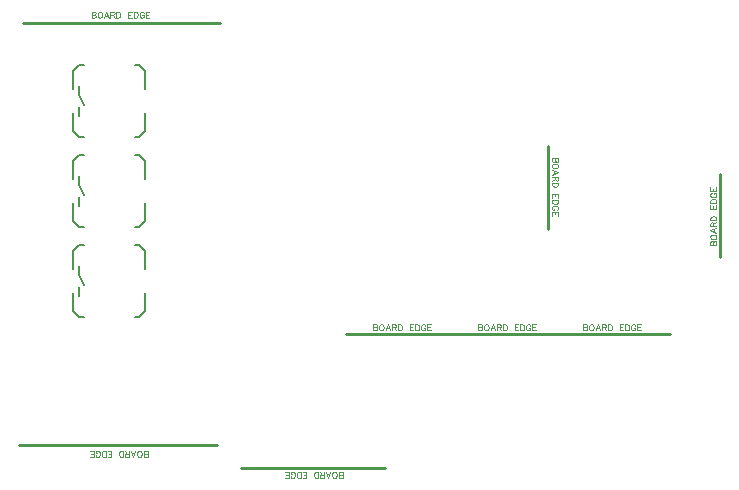
<source format=gbr>
G04 DipTrace 2.4.0.2*
%INTopAssy.gbr*%
%MOIN*%
%ADD10C,0.0098*%
%ADD12C,0.003*%
%ADD27C,0.008*%
%FSLAX44Y44*%
G04*
G70*
G90*
G75*
G01*
%LNTopAssy*%
%LPD*%
X19231Y8342D2*
D10*
X12649D1*
X12774Y22413D2*
X19356D1*
X30546Y12038D2*
X34334D1*
X27046D2*
X30834D1*
X23546D2*
X27334D1*
X24834Y7592D2*
X20046D1*
X36028Y14608D2*
Y17396D1*
X16860Y20230D2*
D27*
Y20830D1*
X16660Y21030D1*
Y18630D2*
X16860Y18830D1*
Y19430D1*
X14660Y21030D2*
X14460Y20830D1*
Y20230D1*
X14660Y18630D2*
X14460Y18830D1*
Y19430D1*
X16660Y18630D2*
X16510D1*
X14660D2*
X14810D1*
X14660Y21030D2*
X14810D1*
X16660D2*
X16510D1*
X14660Y20330D2*
Y20030D1*
Y19630D2*
Y19330D1*
Y20030D2*
X14810Y19680D1*
X16860Y17230D2*
Y17830D1*
X16660Y18030D1*
Y15630D2*
X16860Y15830D1*
Y16430D1*
X14660Y18030D2*
X14460Y17830D1*
Y17230D1*
X14660Y15630D2*
X14460Y15830D1*
Y16430D1*
X16660Y15630D2*
X16510D1*
X14660D2*
X14810D1*
X14660Y18030D2*
X14810D1*
X16660D2*
X16510D1*
X14660Y17330D2*
Y17030D1*
Y16630D2*
Y16330D1*
Y17030D2*
X14810Y16680D1*
X16860Y14230D2*
Y14830D1*
X16660Y15030D1*
Y12630D2*
X16860Y12830D1*
Y13430D1*
X14660Y15030D2*
X14460Y14830D1*
Y14230D1*
X14660Y12630D2*
X14460Y12830D1*
Y13430D1*
X16660Y12630D2*
X16510D1*
X14660D2*
X14810D1*
X14660Y15030D2*
X14810D1*
X16660D2*
X16510D1*
X14660Y14330D2*
Y14030D1*
Y13630D2*
Y13330D1*
Y14030D2*
X14810Y13680D1*
X30286Y18333D2*
D10*
Y15546D1*
X16934Y7959D2*
D12*
Y8160D1*
X16848D1*
X16819Y8150D1*
X16810Y8140D1*
X16800Y8121D1*
Y8093D1*
X16810Y8073D1*
X16819Y8064D1*
X16848Y8054D1*
X16819Y8045D1*
X16810Y8035D1*
X16800Y8016D1*
Y7997D1*
X16810Y7978D1*
X16819Y7968D1*
X16848Y7959D1*
X16934D1*
Y8054D2*
X16848D1*
X16681Y7959D2*
X16700Y7968D1*
X16719Y7987D1*
X16729Y8006D1*
X16739Y8035D1*
Y8083D1*
X16729Y8112D1*
X16719Y8131D1*
X16700Y8150D1*
X16681Y8160D1*
X16643D1*
X16624Y8150D1*
X16605Y8131D1*
X16595Y8112D1*
X16586Y8083D1*
Y8035D1*
X16595Y8006D1*
X16605Y7987D1*
X16624Y7968D1*
X16643Y7959D1*
X16681D1*
X16371Y8160D2*
X16447Y7959D1*
X16524Y8160D1*
X16495Y8093D2*
X16399D1*
X16309Y8054D2*
X16223D1*
X16194Y8045D1*
X16184Y8035D1*
X16175Y8016D1*
Y7997D1*
X16184Y7978D1*
X16194Y7968D1*
X16223Y7959D1*
X16309D1*
Y8160D1*
X16242Y8054D2*
X16175Y8160D1*
X16113Y7959D2*
Y8160D1*
X16046D1*
X16017Y8150D1*
X15998Y8131D1*
X15989Y8112D1*
X15979Y8083D1*
Y8035D1*
X15989Y8006D1*
X15998Y7987D1*
X16017Y7968D1*
X16046Y7959D1*
X16113D1*
X15599D2*
X15723D1*
Y8160D1*
X15599D1*
X15723Y8054D2*
X15647D1*
X15537Y7959D2*
Y8160D1*
X15470D1*
X15441Y8150D1*
X15422Y8131D1*
X15413Y8112D1*
X15403Y8083D1*
Y8035D1*
X15413Y8006D1*
X15422Y7987D1*
X15441Y7968D1*
X15470Y7959D1*
X15537D1*
X15198Y8006D2*
X15207Y7987D1*
X15227Y7968D1*
X15246Y7959D1*
X15284D1*
X15303Y7968D1*
X15322Y7987D1*
X15332Y8006D1*
X15341Y8035D1*
Y8083D1*
X15332Y8112D1*
X15322Y8131D1*
X15303Y8150D1*
X15284Y8160D1*
X15246D1*
X15227Y8150D1*
X15207Y8131D1*
X15198Y8112D1*
Y8083D1*
X15246D1*
X15012Y7959D2*
X15136D1*
Y8160D1*
X15012D1*
X15136Y8054D2*
X15060D1*
X15071Y22796D2*
Y22595D1*
X15157D1*
X15186Y22605D1*
X15195Y22615D1*
X15205Y22634D1*
Y22662D1*
X15195Y22682D1*
X15186Y22691D1*
X15157Y22701D1*
X15186Y22710D1*
X15195Y22720D1*
X15205Y22739D1*
Y22758D1*
X15195Y22777D1*
X15186Y22787D1*
X15157Y22796D1*
X15071D1*
Y22701D2*
X15157D1*
X15324Y22796D2*
X15305Y22787D1*
X15286Y22768D1*
X15276Y22749D1*
X15266Y22720D1*
Y22672D1*
X15276Y22643D1*
X15286Y22624D1*
X15305Y22605D1*
X15324Y22595D1*
X15362D1*
X15381Y22605D1*
X15400Y22624D1*
X15410Y22643D1*
X15419Y22672D1*
Y22720D1*
X15410Y22749D1*
X15400Y22768D1*
X15381Y22787D1*
X15362Y22796D1*
X15324D1*
X15634Y22595D2*
X15558Y22796D1*
X15481Y22595D1*
X15510Y22662D2*
X15606D1*
X15696Y22701D2*
X15782D1*
X15811Y22710D1*
X15821Y22720D1*
X15830Y22739D1*
Y22758D1*
X15821Y22777D1*
X15811Y22787D1*
X15782Y22796D1*
X15696D1*
Y22595D1*
X15763Y22701D2*
X15830Y22595D1*
X15892Y22796D2*
Y22595D1*
X15959D1*
X15988Y22605D1*
X16007Y22624D1*
X16016Y22643D1*
X16026Y22672D1*
Y22720D1*
X16016Y22749D1*
X16007Y22768D1*
X15988Y22787D1*
X15959Y22796D1*
X15892D1*
X16406D2*
X16282D1*
Y22595D1*
X16406D1*
X16282Y22701D2*
X16358D1*
X16468Y22796D2*
Y22595D1*
X16535D1*
X16564Y22605D1*
X16583Y22624D1*
X16592Y22643D1*
X16602Y22672D1*
Y22720D1*
X16592Y22749D1*
X16583Y22768D1*
X16564Y22787D1*
X16535Y22796D1*
X16468D1*
X16807Y22749D2*
X16798Y22768D1*
X16778Y22787D1*
X16759Y22796D1*
X16721D1*
X16702Y22787D1*
X16683Y22768D1*
X16673Y22749D1*
X16664Y22720D1*
Y22672D1*
X16673Y22643D1*
X16683Y22624D1*
X16702Y22605D1*
X16721Y22595D1*
X16759D1*
X16778Y22605D1*
X16798Y22624D1*
X16807Y22643D1*
Y22672D1*
X16759D1*
X16993Y22796D2*
X16869D1*
Y22595D1*
X16993D1*
X16869Y22701D2*
X16945D1*
X31456Y12372D2*
Y12171D1*
X31542D1*
X31571Y12181D1*
X31580Y12190D1*
X31590Y12209D1*
Y12238D1*
X31580Y12257D1*
X31571Y12267D1*
X31542Y12276D1*
X31571Y12286D1*
X31580Y12296D1*
X31590Y12315D1*
Y12334D1*
X31580Y12353D1*
X31571Y12363D1*
X31542Y12372D1*
X31456D1*
Y12276D2*
X31542D1*
X31709Y12372D2*
X31690Y12363D1*
X31671Y12343D1*
X31661Y12324D1*
X31651Y12296D1*
Y12248D1*
X31661Y12219D1*
X31671Y12200D1*
X31690Y12181D1*
X31709Y12171D1*
X31747D1*
X31766Y12181D1*
X31785Y12200D1*
X31795Y12219D1*
X31804Y12248D1*
Y12296D1*
X31795Y12324D1*
X31785Y12343D1*
X31766Y12363D1*
X31747Y12372D1*
X31709D1*
X32019Y12171D2*
X31943Y12372D1*
X31866Y12171D1*
X31895Y12238D2*
X31991D1*
X32081Y12276D2*
X32167D1*
X32196Y12286D1*
X32205Y12296D1*
X32215Y12315D1*
Y12334D1*
X32205Y12353D1*
X32196Y12363D1*
X32167Y12372D1*
X32081D1*
Y12171D1*
X32148Y12276D2*
X32215Y12171D1*
X32277Y12372D2*
Y12171D1*
X32344D1*
X32372Y12181D1*
X32392Y12200D1*
X32401Y12219D1*
X32411Y12248D1*
Y12296D1*
X32401Y12324D1*
X32392Y12343D1*
X32372Y12363D1*
X32344Y12372D1*
X32277D1*
X32791D2*
X32667D1*
Y12171D1*
X32791D1*
X32667Y12276D2*
X32743D1*
X32853Y12372D2*
Y12171D1*
X32920D1*
X32949Y12181D1*
X32968Y12200D1*
X32977Y12219D1*
X32987Y12248D1*
Y12296D1*
X32977Y12324D1*
X32968Y12343D1*
X32949Y12363D1*
X32920Y12372D1*
X32853D1*
X33192Y12324D2*
X33183Y12343D1*
X33163Y12363D1*
X33144Y12372D1*
X33106D1*
X33087Y12363D1*
X33068Y12343D1*
X33058Y12324D1*
X33049Y12296D1*
Y12248D1*
X33058Y12219D1*
X33068Y12200D1*
X33087Y12181D1*
X33106Y12171D1*
X33144D1*
X33163Y12181D1*
X33183Y12200D1*
X33192Y12219D1*
Y12248D1*
X33144D1*
X33378Y12372D2*
X33254D1*
Y12171D1*
X33378D1*
X33254Y12276D2*
X33330D1*
X27956Y12372D2*
Y12171D1*
X28042D1*
X28071Y12181D1*
X28080Y12190D1*
X28090Y12209D1*
Y12238D1*
X28080Y12257D1*
X28071Y12267D1*
X28042Y12276D1*
X28071Y12286D1*
X28080Y12296D1*
X28090Y12315D1*
Y12334D1*
X28080Y12353D1*
X28071Y12363D1*
X28042Y12372D1*
X27956D1*
Y12276D2*
X28042D1*
X28209Y12372D2*
X28190Y12363D1*
X28171Y12343D1*
X28161Y12324D1*
X28151Y12296D1*
Y12248D1*
X28161Y12219D1*
X28171Y12200D1*
X28190Y12181D1*
X28209Y12171D1*
X28247D1*
X28266Y12181D1*
X28285Y12200D1*
X28295Y12219D1*
X28304Y12248D1*
Y12296D1*
X28295Y12324D1*
X28285Y12343D1*
X28266Y12363D1*
X28247Y12372D1*
X28209D1*
X28519Y12171D2*
X28443Y12372D1*
X28366Y12171D1*
X28395Y12238D2*
X28491D1*
X28581Y12276D2*
X28667D1*
X28696Y12286D1*
X28705Y12296D1*
X28715Y12315D1*
Y12334D1*
X28705Y12353D1*
X28696Y12363D1*
X28667Y12372D1*
X28581D1*
Y12171D1*
X28648Y12276D2*
X28715Y12171D1*
X28777Y12372D2*
Y12171D1*
X28844D1*
X28872Y12181D1*
X28892Y12200D1*
X28901Y12219D1*
X28911Y12248D1*
Y12296D1*
X28901Y12324D1*
X28892Y12343D1*
X28872Y12363D1*
X28844Y12372D1*
X28777D1*
X29291D2*
X29167D1*
Y12171D1*
X29291D1*
X29167Y12276D2*
X29243D1*
X29353Y12372D2*
Y12171D1*
X29420D1*
X29449Y12181D1*
X29468Y12200D1*
X29477Y12219D1*
X29487Y12248D1*
Y12296D1*
X29477Y12324D1*
X29468Y12343D1*
X29449Y12363D1*
X29420Y12372D1*
X29353D1*
X29692Y12324D2*
X29683Y12343D1*
X29663Y12363D1*
X29644Y12372D1*
X29606D1*
X29587Y12363D1*
X29568Y12343D1*
X29558Y12324D1*
X29549Y12296D1*
Y12248D1*
X29558Y12219D1*
X29568Y12200D1*
X29587Y12181D1*
X29606Y12171D1*
X29644D1*
X29663Y12181D1*
X29683Y12200D1*
X29692Y12219D1*
Y12248D1*
X29644D1*
X29878Y12372D2*
X29754D1*
Y12171D1*
X29878D1*
X29754Y12276D2*
X29830D1*
X24456Y12372D2*
Y12171D1*
X24542D1*
X24571Y12181D1*
X24580Y12190D1*
X24590Y12209D1*
Y12238D1*
X24580Y12257D1*
X24571Y12267D1*
X24542Y12276D1*
X24571Y12286D1*
X24580Y12296D1*
X24590Y12315D1*
Y12334D1*
X24580Y12353D1*
X24571Y12363D1*
X24542Y12372D1*
X24456D1*
Y12276D2*
X24542D1*
X24709Y12372D2*
X24690Y12363D1*
X24671Y12343D1*
X24661Y12324D1*
X24651Y12296D1*
Y12248D1*
X24661Y12219D1*
X24671Y12200D1*
X24690Y12181D1*
X24709Y12171D1*
X24747D1*
X24766Y12181D1*
X24785Y12200D1*
X24795Y12219D1*
X24804Y12248D1*
Y12296D1*
X24795Y12324D1*
X24785Y12343D1*
X24766Y12363D1*
X24747Y12372D1*
X24709D1*
X25019Y12171D2*
X24943Y12372D1*
X24866Y12171D1*
X24895Y12238D2*
X24991D1*
X25081Y12276D2*
X25167D1*
X25196Y12286D1*
X25205Y12296D1*
X25215Y12315D1*
Y12334D1*
X25205Y12353D1*
X25196Y12363D1*
X25167Y12372D1*
X25081D1*
Y12171D1*
X25148Y12276D2*
X25215Y12171D1*
X25277Y12372D2*
Y12171D1*
X25344D1*
X25372Y12181D1*
X25392Y12200D1*
X25401Y12219D1*
X25411Y12248D1*
Y12296D1*
X25401Y12324D1*
X25392Y12343D1*
X25372Y12363D1*
X25344Y12372D1*
X25277D1*
X25791D2*
X25667D1*
Y12171D1*
X25791D1*
X25667Y12276D2*
X25743D1*
X25853Y12372D2*
Y12171D1*
X25920D1*
X25949Y12181D1*
X25968Y12200D1*
X25977Y12219D1*
X25987Y12248D1*
Y12296D1*
X25977Y12324D1*
X25968Y12343D1*
X25949Y12363D1*
X25920Y12372D1*
X25853D1*
X26192Y12324D2*
X26183Y12343D1*
X26163Y12363D1*
X26144Y12372D1*
X26106D1*
X26087Y12363D1*
X26068Y12343D1*
X26058Y12324D1*
X26049Y12296D1*
Y12248D1*
X26058Y12219D1*
X26068Y12200D1*
X26087Y12181D1*
X26106Y12171D1*
X26144D1*
X26163Y12181D1*
X26183Y12200D1*
X26192Y12219D1*
Y12248D1*
X26144D1*
X26378Y12372D2*
X26254D1*
Y12171D1*
X26378D1*
X26254Y12276D2*
X26330D1*
X23434Y7258D2*
Y7459D1*
X23348D1*
X23319Y7449D1*
X23310Y7440D1*
X23300Y7421D1*
Y7392D1*
X23310Y7373D1*
X23319Y7363D1*
X23348Y7354D1*
X23319Y7344D1*
X23310Y7334D1*
X23300Y7315D1*
Y7296D1*
X23310Y7277D1*
X23319Y7267D1*
X23348Y7258D1*
X23434D1*
Y7354D2*
X23348D1*
X23181Y7258D2*
X23200Y7267D1*
X23219Y7287D1*
X23229Y7306D1*
X23239Y7334D1*
Y7382D1*
X23229Y7411D1*
X23219Y7430D1*
X23200Y7449D1*
X23181Y7459D1*
X23143D1*
X23124Y7449D1*
X23105Y7430D1*
X23095Y7411D1*
X23086Y7382D1*
Y7334D1*
X23095Y7306D1*
X23105Y7287D1*
X23124Y7267D1*
X23143Y7258D1*
X23181D1*
X22871Y7459D2*
X22947Y7258D1*
X23024Y7459D1*
X22995Y7392D2*
X22899D1*
X22809Y7354D2*
X22723D1*
X22694Y7344D1*
X22684Y7334D1*
X22675Y7315D1*
Y7296D1*
X22684Y7277D1*
X22694Y7267D1*
X22723Y7258D1*
X22809D1*
Y7459D1*
X22742Y7354D2*
X22675Y7459D1*
X22613Y7258D2*
Y7459D1*
X22546D1*
X22517Y7449D1*
X22498Y7430D1*
X22489Y7411D1*
X22479Y7382D1*
Y7334D1*
X22489Y7306D1*
X22498Y7287D1*
X22517Y7267D1*
X22546Y7258D1*
X22613D1*
X22099D2*
X22223D1*
Y7459D1*
X22099D1*
X22223Y7354D2*
X22146D1*
X22037Y7258D2*
Y7459D1*
X21970D1*
X21941Y7449D1*
X21922Y7430D1*
X21913Y7411D1*
X21903Y7382D1*
Y7334D1*
X21913Y7306D1*
X21922Y7287D1*
X21941Y7267D1*
X21970Y7258D1*
X22037D1*
X21698Y7306D2*
X21707Y7287D1*
X21727Y7267D1*
X21746Y7258D1*
X21784D1*
X21803Y7267D1*
X21822Y7287D1*
X21832Y7306D1*
X21841Y7334D1*
Y7382D1*
X21832Y7411D1*
X21822Y7430D1*
X21803Y7449D1*
X21784Y7459D1*
X21746D1*
X21727Y7449D1*
X21707Y7430D1*
X21698Y7411D1*
Y7382D1*
X21746D1*
X21512Y7258D2*
X21636D1*
Y7459D1*
X21512D1*
X21636Y7354D2*
X21560D1*
X35694Y15017D2*
X35895D1*
Y15104D1*
X35885Y15132D1*
X35876Y15142D1*
X35857Y15151D1*
X35828D1*
X35809Y15142D1*
X35799Y15132D1*
X35790Y15104D1*
X35780Y15132D1*
X35770Y15142D1*
X35751Y15151D1*
X35732D1*
X35713Y15142D1*
X35703Y15132D1*
X35694Y15104D1*
Y15017D1*
X35790D2*
Y15104D1*
X35694Y15271D2*
X35703Y15251D1*
X35723Y15232D1*
X35742Y15223D1*
X35770Y15213D1*
X35818D1*
X35847Y15223D1*
X35866Y15232D1*
X35885Y15251D1*
X35895Y15271D1*
Y15309D1*
X35885Y15328D1*
X35866Y15347D1*
X35847Y15357D1*
X35818Y15366D1*
X35770D1*
X35742Y15357D1*
X35723Y15347D1*
X35703Y15328D1*
X35694Y15309D1*
Y15271D1*
X35895Y15581D2*
X35694Y15504D1*
X35895Y15428D1*
X35828Y15457D2*
Y15552D1*
X35790Y15643D2*
Y15729D1*
X35780Y15758D1*
X35770Y15767D1*
X35751Y15777D1*
X35732D1*
X35713Y15767D1*
X35703Y15758D1*
X35694Y15729D1*
Y15643D1*
X35895D1*
X35790Y15710D2*
X35895Y15777D1*
X35694Y15839D2*
X35895D1*
Y15906D1*
X35885Y15934D1*
X35866Y15953D1*
X35847Y15963D1*
X35818Y15972D1*
X35770D1*
X35742Y15963D1*
X35723Y15953D1*
X35703Y15934D1*
X35694Y15906D1*
Y15839D1*
Y16353D2*
Y16229D1*
X35895D1*
Y16353D1*
X35790Y16229D2*
Y16305D1*
X35694Y16415D2*
X35895D1*
Y16482D1*
X35885Y16510D1*
X35866Y16530D1*
X35847Y16539D1*
X35818Y16549D1*
X35770D1*
X35742Y16539D1*
X35723Y16530D1*
X35703Y16510D1*
X35694Y16482D1*
Y16415D1*
X35742Y16754D2*
X35723Y16744D1*
X35703Y16725D1*
X35694Y16706D1*
Y16668D1*
X35703Y16649D1*
X35723Y16630D1*
X35742Y16620D1*
X35770Y16610D1*
X35818D1*
X35847Y16620D1*
X35866Y16630D1*
X35885Y16649D1*
X35895Y16668D1*
Y16706D1*
X35885Y16725D1*
X35866Y16744D1*
X35847Y16754D1*
X35818D1*
Y16706D1*
X35694Y16940D2*
Y16816D1*
X35895D1*
Y16940D1*
X35790Y16816D2*
Y16892D1*
X30620Y17924D2*
X30419D1*
Y17838D1*
X30429Y17809D1*
X30438Y17800D1*
X30457Y17790D1*
X30486D1*
X30505Y17800D1*
X30515Y17809D1*
X30524Y17838D1*
X30534Y17809D1*
X30544Y17800D1*
X30563Y17790D1*
X30582D1*
X30601Y17800D1*
X30611Y17809D1*
X30620Y17838D1*
Y17924D1*
X30524D2*
Y17838D1*
X30620Y17671D2*
X30611Y17690D1*
X30591Y17709D1*
X30572Y17719D1*
X30544Y17729D1*
X30496D1*
X30467Y17719D1*
X30448Y17709D1*
X30429Y17690D1*
X30419Y17671D1*
Y17633D1*
X30429Y17614D1*
X30448Y17595D1*
X30467Y17585D1*
X30496Y17576D1*
X30544D1*
X30572Y17585D1*
X30591Y17595D1*
X30611Y17614D1*
X30620Y17633D1*
Y17671D1*
X30419Y17361D2*
X30620Y17437D1*
X30419Y17514D1*
X30486Y17485D2*
Y17389D1*
X30524Y17299D2*
Y17213D1*
X30534Y17184D1*
X30544Y17175D1*
X30563Y17165D1*
X30582D1*
X30601Y17175D1*
X30611Y17184D1*
X30620Y17213D1*
Y17299D1*
X30419D1*
X30524Y17232D2*
X30419Y17165D1*
X30620Y17103D2*
X30419D1*
Y17036D1*
X30429Y17008D1*
X30448Y16988D1*
X30467Y16979D1*
X30496Y16969D1*
X30544D1*
X30572Y16979D1*
X30591Y16988D1*
X30611Y17008D1*
X30620Y17036D1*
Y17103D1*
Y16589D2*
Y16713D1*
X30419D1*
Y16589D1*
X30524Y16713D2*
Y16637D1*
X30620Y16527D2*
X30419D1*
Y16460D1*
X30429Y16431D1*
X30448Y16412D1*
X30467Y16403D1*
X30496Y16393D1*
X30544D1*
X30572Y16403D1*
X30591Y16412D1*
X30611Y16431D1*
X30620Y16460D1*
Y16527D1*
X30572Y16188D2*
X30591Y16197D1*
X30611Y16217D1*
X30620Y16236D1*
Y16274D1*
X30611Y16293D1*
X30591Y16312D1*
X30572Y16322D1*
X30544Y16331D1*
X30496D1*
X30467Y16322D1*
X30448Y16312D1*
X30429Y16293D1*
X30419Y16274D1*
Y16236D1*
X30429Y16217D1*
X30448Y16197D1*
X30467Y16188D1*
X30496D1*
Y16236D1*
X30620Y16002D2*
Y16126D1*
X30419D1*
Y16002D1*
X30524Y16126D2*
Y16050D1*
M02*

</source>
